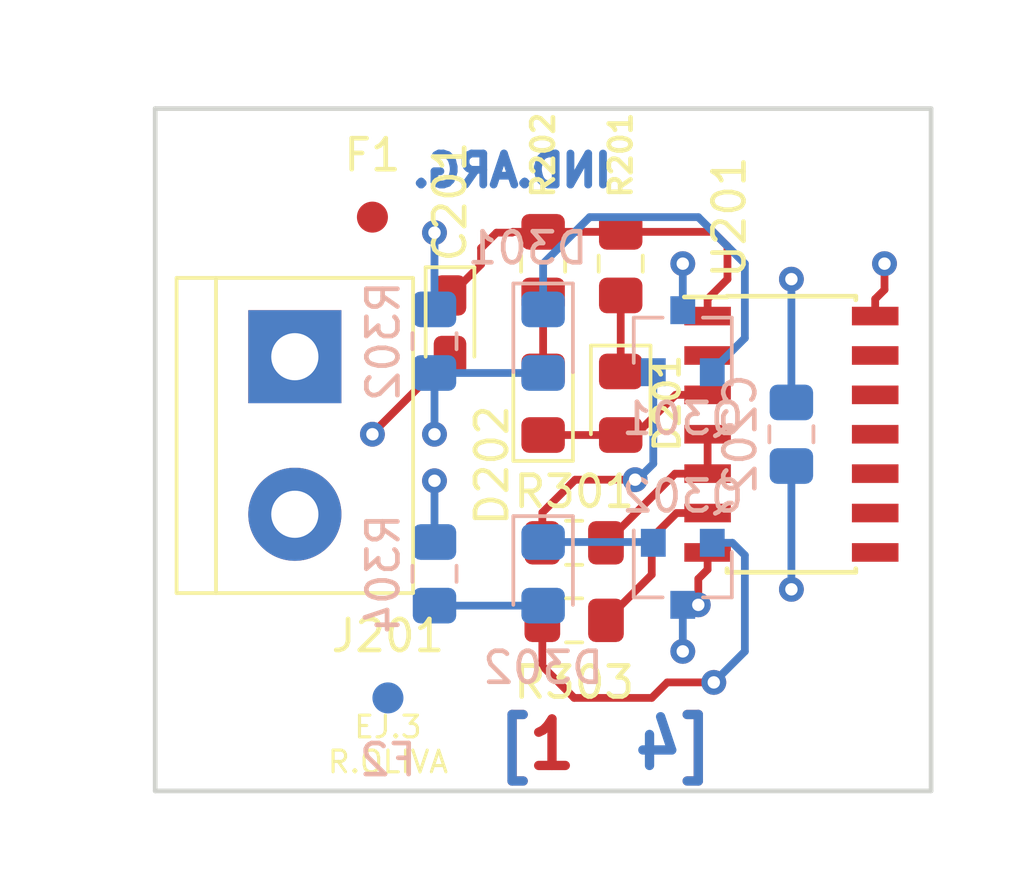
<source format=kicad_pcb>
(kicad_pcb (version 20171130) (host pcbnew "(5.0.0)")

  (general
    (thickness 1.6)
    (drawings 10)
    (tracks 78)
    (zones 0)
    (modules 22)
    (nets 15)
  )

  (page A4)
  (title_block
    (title "Ejercicio 3 (2conSMD) R.Oliva -DisenioPCBs - CESE2018")
    (date 2018-10-05)
    (company UNPA/L&RIng.)
  )

  (layers
    (0 F.Cu signal)
    (1 In1.Cu.GND power)
    (2 In2.Cu.VCC power)
    (31 B.Cu signal)
    (32 B.Adhes user hide)
    (33 F.Adhes user hide)
    (34 B.Paste user hide)
    (35 F.Paste user hide)
    (36 B.SilkS user)
    (37 F.SilkS user)
    (38 B.Mask user hide)
    (39 F.Mask user)
    (40 Dwgs.User user)
    (41 Cmts.User user)
    (42 Eco1.User user)
    (43 Eco2.User user)
    (44 Edge.Cuts user)
    (45 Margin user)
    (46 B.CrtYd user)
    (47 F.CrtYd user)
    (48 B.Fab user hide)
    (49 F.Fab user hide)
  )

  (setup
    (last_trace_width 0.25)
    (user_trace_width 0.5)
    (user_trace_width 0.8)
    (user_trace_width 1)
    (trace_clearance 0.25)
    (zone_clearance 0.508)
    (zone_45_only no)
    (trace_min 0.25)
    (segment_width 0.2)
    (edge_width 0.15)
    (via_size 0.8)
    (via_drill 0.4)
    (via_min_size 0.4)
    (via_min_drill 0.3)
    (user_via 1.4 0.7)
    (uvia_size 0.3)
    (uvia_drill 0.1)
    (uvias_allowed no)
    (uvia_min_size 0.2)
    (uvia_min_drill 0.1)
    (pcb_text_width 0.3)
    (pcb_text_size 1.5 1.5)
    (mod_edge_width 0.15)
    (mod_text_size 1 1)
    (mod_text_width 0.15)
    (pad_size 1.524 1.524)
    (pad_drill 0.762)
    (pad_to_mask_clearance 0.2)
    (aux_axis_origin 197 128.5)
    (visible_elements 7FFFFFFF)
    (pcbplotparams
      (layerselection 0x010fc_ffffffff)
      (usegerberextensions false)
      (usegerberattributes false)
      (usegerberadvancedattributes false)
      (creategerberjobfile false)
      (excludeedgelayer true)
      (linewidth 0.100000)
      (plotframeref false)
      (viasonmask false)
      (mode 1)
      (useauxorigin false)
      (hpglpennumber 1)
      (hpglpenspeed 20)
      (hpglpendiameter 15.000000)
      (psnegative false)
      (psa4output false)
      (plotreference true)
      (plotvalue true)
      (plotinvisibletext false)
      (padsonsilk false)
      (subtractmaskfromsilk false)
      (outputformat 1)
      (mirror false)
      (drillshape 1)
      (scaleselection 1)
      (outputdirectory ""))
  )

  (net 0 "")
  (net 1 "Net-(C201-Pad1)")
  (net 2 GND)
  (net 3 +5V)
  (net 4 "Net-(D201-Pad2)")
  (net 5 "Net-(D201-Pad1)")
  (net 6 "Net-(D202-Pad2)")
  (net 7 "Net-(D301-Pad1)")
  (net 8 "Net-(D301-Pad2)")
  (net 9 "Net-(D302-Pad2)")
  (net 10 "Net-(D302-Pad1)")
  (net 11 "Net-(Q301-Pad2)")
  (net 12 "Net-(Q302-Pad2)")
  (net 13 /Leds/LED1)
  (net 14 /Leds/LED2)

  (net_class Default "Esta es la clase de red por defecto."
    (clearance 0.25)
    (trace_width 0.25)
    (via_dia 0.8)
    (via_drill 0.4)
    (uvia_dia 0.3)
    (uvia_drill 0.1)
    (diff_pair_gap 0.3)
    (diff_pair_width 0.25)
    (add_net +5V)
    (add_net /Leds/LED1)
    (add_net /Leds/LED2)
    (add_net GND)
    (add_net "Net-(C201-Pad1)")
    (add_net "Net-(D201-Pad1)")
    (add_net "Net-(D201-Pad2)")
    (add_net "Net-(D202-Pad2)")
    (add_net "Net-(D301-Pad1)")
    (add_net "Net-(D301-Pad2)")
    (add_net "Net-(D302-Pad1)")
    (add_net "Net-(D302-Pad2)")
    (add_net "Net-(Q301-Pad2)")
    (add_net "Net-(Q302-Pad2)")
  )

  (module Fiducial:Fiducial_1mm_Dia_2mm_Outer (layer F.Cu) (tedit 59FE003E) (tstamp 5BC42375)
    (at 196.5 113)
    (descr "Circular Fiducial, 1mm bare copper top; 2mm keepout (Level A)")
    (tags marker)
    (path /5BB7FF6F)
    (attr virtual)
    (fp_text reference F1 (at 0 -2) (layer F.SilkS)
      (effects (font (size 1 1) (thickness 0.15)))
    )
    (fp_text value FIDUCIAL (at 0 2) (layer F.Fab)
      (effects (font (size 1 1) (thickness 0.15)))
    )
    (fp_circle (center 0 0) (end 1.25 0) (layer F.CrtYd) (width 0.05))
    (fp_text user %R (at 0 0) (layer F.Fab)
      (effects (font (size 0.4 0.4) (thickness 0.06)))
    )
    (fp_circle (center 0 0) (end 1 0) (layer F.Fab) (width 0.1))
    (pad ~ smd circle (at 0 0) (size 1 1) (layers F.Cu F.Mask)
      (solder_mask_margin 0.5) (clearance 0.5))
  )

  (module Fiducial:Fiducial_1mm_Dia_2mm_Outer (layer B.Cu) (tedit 59FE003E) (tstamp 5BC4236D)
    (at 197 128.5)
    (descr "Circular Fiducial, 1mm bare copper top; 2mm keepout (Level A)")
    (tags marker)
    (path /5BB7FFDB)
    (attr virtual)
    (fp_text reference F2 (at 0 2) (layer B.SilkS)
      (effects (font (size 1 1) (thickness 0.15)) (justify mirror))
    )
    (fp_text value FIDUCIAL (at 0 -2) (layer B.Fab)
      (effects (font (size 1 1) (thickness 0.15)) (justify mirror))
    )
    (fp_circle (center 0 0) (end 1 0) (layer B.Fab) (width 0.1))
    (fp_text user %R (at 0 0) (layer B.Fab)
      (effects (font (size 0.4 0.4) (thickness 0.06)) (justify mirror))
    )
    (fp_circle (center 0 0) (end 1.25 0) (layer B.CrtYd) (width 0.05))
    (pad ~ smd circle (at 0 0) (size 1 1) (layers B.Cu B.Mask)
      (solder_mask_margin 0.5) (clearance 0.5))
  )

  (module Capacitor_Tantalum_SMD:CP_EIA-2012-12_Kemet-R_Pad1.30x1.05mm_HandSolder (layer F.Cu) (tedit 5B301BBE) (tstamp 5BC3F611)
    (at 199 116.5 270)
    (descr "Tantalum Capacitor SMD Kemet-R (2012-12 Metric), IPC_7351 nominal, (Body size from: https://www.vishay.com/docs/40182/tmch.pdf), generated with kicad-footprint-generator")
    (tags "capacitor tantalum")
    (path /5BB74EAF/5BB7555F)
    (attr smd)
    (fp_text reference C201 (at -4 0 270) (layer F.SilkS)
      (effects (font (size 1 1) (thickness 0.15)))
    )
    (fp_text value "1 uF 25V" (at 0 1.58 270) (layer F.Fab)
      (effects (font (size 1 1) (thickness 0.15)))
    )
    (fp_line (start 1 -0.625) (end -0.6875 -0.625) (layer F.Fab) (width 0.1))
    (fp_line (start -0.6875 -0.625) (end -1 -0.3125) (layer F.Fab) (width 0.1))
    (fp_line (start -1 -0.3125) (end -1 0.625) (layer F.Fab) (width 0.1))
    (fp_line (start -1 0.625) (end 1 0.625) (layer F.Fab) (width 0.1))
    (fp_line (start 1 0.625) (end 1 -0.625) (layer F.Fab) (width 0.1))
    (fp_line (start 1 -0.785) (end -1.885 -0.785) (layer F.SilkS) (width 0.12))
    (fp_line (start -1.885 -0.785) (end -1.885 0.785) (layer F.SilkS) (width 0.12))
    (fp_line (start -1.885 0.785) (end 1 0.785) (layer F.SilkS) (width 0.12))
    (fp_line (start -1.88 0.88) (end -1.88 -0.88) (layer F.CrtYd) (width 0.05))
    (fp_line (start -1.88 -0.88) (end 1.88 -0.88) (layer F.CrtYd) (width 0.05))
    (fp_line (start 1.88 -0.88) (end 1.88 0.88) (layer F.CrtYd) (width 0.05))
    (fp_line (start 1.88 0.88) (end -1.88 0.88) (layer F.CrtYd) (width 0.05))
    (fp_text user %R (at 0 0 270) (layer F.Fab)
      (effects (font (size 0.5 0.5) (thickness 0.08)))
    )
    (pad 1 smd roundrect (at -0.975 0 270) (size 1.3 1.05) (layers F.Cu F.Paste F.Mask) (roundrect_rratio 0.238095)
      (net 1 "Net-(C201-Pad1)"))
    (pad 2 smd roundrect (at 0.975 0 270) (size 1.3 1.05) (layers F.Cu F.Paste F.Mask) (roundrect_rratio 0.238095)
      (net 2 GND))
    (model ${KISYS3DMOD}/Capacitor_Tantalum_SMD.3dshapes/CP_EIA-2012-12_Kemet-R.wrl
      (at (xyz 0 0 0))
      (scale (xyz 1 1 1))
      (rotate (xyz 0 0 0))
    )
  )

  (module Capacitor_SMD:C_0805_2012Metric_Pad1.15x1.40mm_HandSolder (layer B.Cu) (tedit 5B36C52B) (tstamp 5BC3F622)
    (at 210 120 270)
    (descr "Capacitor SMD 0805 (2012 Metric), square (rectangular) end terminal, IPC_7351 nominal with elongated pad for handsoldering. (Body size source: https://docs.google.com/spreadsheets/d/1BsfQQcO9C6DZCsRaXUlFlo91Tg2WpOkGARC1WS5S8t0/edit?usp=sharing), generated with kicad-footprint-generator")
    (tags "capacitor handsolder")
    (path /5BB74EAF/5BB75610)
    (attr smd)
    (fp_text reference C202 (at 0 1.65 270) (layer B.SilkS)
      (effects (font (size 1 1) (thickness 0.15)) (justify mirror))
    )
    (fp_text value "0.1uF 50V" (at 0 -1.65 270) (layer B.Fab)
      (effects (font (size 1 1) (thickness 0.15)) (justify mirror))
    )
    (fp_line (start -1 -0.6) (end -1 0.6) (layer B.Fab) (width 0.1))
    (fp_line (start -1 0.6) (end 1 0.6) (layer B.Fab) (width 0.1))
    (fp_line (start 1 0.6) (end 1 -0.6) (layer B.Fab) (width 0.1))
    (fp_line (start 1 -0.6) (end -1 -0.6) (layer B.Fab) (width 0.1))
    (fp_line (start -0.261252 0.71) (end 0.261252 0.71) (layer B.SilkS) (width 0.12))
    (fp_line (start -0.261252 -0.71) (end 0.261252 -0.71) (layer B.SilkS) (width 0.12))
    (fp_line (start -1.85 -0.95) (end -1.85 0.95) (layer B.CrtYd) (width 0.05))
    (fp_line (start -1.85 0.95) (end 1.85 0.95) (layer B.CrtYd) (width 0.05))
    (fp_line (start 1.85 0.95) (end 1.85 -0.95) (layer B.CrtYd) (width 0.05))
    (fp_line (start 1.85 -0.95) (end -1.85 -0.95) (layer B.CrtYd) (width 0.05))
    (fp_text user %R (at 0 0 270) (layer B.Fab)
      (effects (font (size 0.5 0.5) (thickness 0.08)) (justify mirror))
    )
    (pad 1 smd roundrect (at -1.025 0 270) (size 1.15 1.4) (layers B.Cu B.Paste B.Mask) (roundrect_rratio 0.217391)
      (net 3 +5V))
    (pad 2 smd roundrect (at 1.025 0 270) (size 1.15 1.4) (layers B.Cu B.Paste B.Mask) (roundrect_rratio 0.217391)
      (net 2 GND))
    (model ${KISYS3DMOD}/Capacitor_SMD.3dshapes/C_0805_2012Metric.wrl
      (at (xyz 0 0 0))
      (scale (xyz 1 1 1))
      (rotate (xyz 0 0 0))
    )
  )

  (module Diode_SMD:D_0805_2012Metric_Pad1.15x1.40mm_HandSolder (layer F.Cu) (tedit 5BB7FA4F) (tstamp 5BC3F635)
    (at 204.5 119 270)
    (descr "Diode SMD 0805 (2012 Metric), square (rectangular) end terminal, IPC_7351 nominal, (Body size source: https://docs.google.com/spreadsheets/d/1BsfQQcO9C6DZCsRaXUlFlo91Tg2WpOkGARC1WS5S8t0/edit?usp=sharing), generated with kicad-footprint-generator")
    (tags "diode handsolder")
    (path /5BB74EAF/5BB756DD)
    (attr smd)
    (fp_text reference D201 (at 0 -1.5 270) (layer F.SilkS)
      (effects (font (size 0.8 0.8) (thickness 0.15)))
    )
    (fp_text value 1N4148 (at 0 1.65 270) (layer F.Fab)
      (effects (font (size 1 1) (thickness 0.15)))
    )
    (fp_text user %R (at 0 0 270) (layer F.Fab)
      (effects (font (size 0.5 0.5) (thickness 0.08)))
    )
    (fp_line (start 1.85 0.95) (end -1.85 0.95) (layer F.CrtYd) (width 0.05))
    (fp_line (start 1.85 -0.95) (end 1.85 0.95) (layer F.CrtYd) (width 0.05))
    (fp_line (start -1.85 -0.95) (end 1.85 -0.95) (layer F.CrtYd) (width 0.05))
    (fp_line (start -1.85 0.95) (end -1.85 -0.95) (layer F.CrtYd) (width 0.05))
    (fp_line (start -1.86 0.96) (end 1 0.96) (layer F.SilkS) (width 0.12))
    (fp_line (start -1.86 -0.96) (end -1.86 0.96) (layer F.SilkS) (width 0.12))
    (fp_line (start 1 -0.96) (end -1.86 -0.96) (layer F.SilkS) (width 0.12))
    (fp_line (start 1 0.6) (end 1 -0.6) (layer F.Fab) (width 0.1))
    (fp_line (start -1 0.6) (end 1 0.6) (layer F.Fab) (width 0.1))
    (fp_line (start -1 -0.3) (end -1 0.6) (layer F.Fab) (width 0.1))
    (fp_line (start -0.7 -0.6) (end -1 -0.3) (layer F.Fab) (width 0.1))
    (fp_line (start 1 -0.6) (end -0.7 -0.6) (layer F.Fab) (width 0.1))
    (pad 2 smd roundrect (at 1.025 0 270) (size 1.15 1.4) (layers F.Cu F.Paste F.Mask) (roundrect_rratio 0.217391)
      (net 4 "Net-(D201-Pad2)"))
    (pad 1 smd roundrect (at -1.025 0 270) (size 1.15 1.4) (layers F.Cu F.Paste F.Mask) (roundrect_rratio 0.217391)
      (net 5 "Net-(D201-Pad1)"))
    (model ${KISYS3DMOD}/Diode_SMD.3dshapes/D_0805_2012Metric.wrl
      (at (xyz 0 0 0))
      (scale (xyz 1 1 1))
      (rotate (xyz 0 0 0))
    )
  )

  (module Diode_SMD:D_0805_2012Metric_Pad1.15x1.40mm_HandSolder (layer F.Cu) (tedit 5B4B45C8) (tstamp 5BC3F648)
    (at 202 119 90)
    (descr "Diode SMD 0805 (2012 Metric), square (rectangular) end terminal, IPC_7351 nominal, (Body size source: https://docs.google.com/spreadsheets/d/1BsfQQcO9C6DZCsRaXUlFlo91Tg2WpOkGARC1WS5S8t0/edit?usp=sharing), generated with kicad-footprint-generator")
    (tags "diode handsolder")
    (path /5BB74EAF/5BB7570F)
    (attr smd)
    (fp_text reference D202 (at -2 -1.65 90) (layer F.SilkS)
      (effects (font (size 1 1) (thickness 0.15)))
    )
    (fp_text value 1N4148 (at 0 1.65 90) (layer F.Fab)
      (effects (font (size 1 1) (thickness 0.15)))
    )
    (fp_line (start 1 -0.6) (end -0.7 -0.6) (layer F.Fab) (width 0.1))
    (fp_line (start -0.7 -0.6) (end -1 -0.3) (layer F.Fab) (width 0.1))
    (fp_line (start -1 -0.3) (end -1 0.6) (layer F.Fab) (width 0.1))
    (fp_line (start -1 0.6) (end 1 0.6) (layer F.Fab) (width 0.1))
    (fp_line (start 1 0.6) (end 1 -0.6) (layer F.Fab) (width 0.1))
    (fp_line (start 1 -0.96) (end -1.86 -0.96) (layer F.SilkS) (width 0.12))
    (fp_line (start -1.86 -0.96) (end -1.86 0.96) (layer F.SilkS) (width 0.12))
    (fp_line (start -1.86 0.96) (end 1 0.96) (layer F.SilkS) (width 0.12))
    (fp_line (start -1.85 0.95) (end -1.85 -0.95) (layer F.CrtYd) (width 0.05))
    (fp_line (start -1.85 -0.95) (end 1.85 -0.95) (layer F.CrtYd) (width 0.05))
    (fp_line (start 1.85 -0.95) (end 1.85 0.95) (layer F.CrtYd) (width 0.05))
    (fp_line (start 1.85 0.95) (end -1.85 0.95) (layer F.CrtYd) (width 0.05))
    (fp_text user %R (at 0 0 90) (layer F.Fab)
      (effects (font (size 0.5 0.5) (thickness 0.08)))
    )
    (pad 1 smd roundrect (at -1.025 0 90) (size 1.15 1.4) (layers F.Cu F.Paste F.Mask) (roundrect_rratio 0.217391)
      (net 4 "Net-(D201-Pad2)"))
    (pad 2 smd roundrect (at 1.025 0 90) (size 1.15 1.4) (layers F.Cu F.Paste F.Mask) (roundrect_rratio 0.217391)
      (net 6 "Net-(D202-Pad2)"))
    (model ${KISYS3DMOD}/Diode_SMD.3dshapes/D_0805_2012Metric.wrl
      (at (xyz 0 0 0))
      (scale (xyz 1 1 1))
      (rotate (xyz 0 0 0))
    )
  )

  (module LED_SMD:LED_0805_2012Metric_Pad1.15x1.40mm_HandSolder (layer B.Cu) (tedit 5B4B45C9) (tstamp 5BC3F65B)
    (at 202 117 270)
    (descr "LED SMD 0805 (2012 Metric), square (rectangular) end terminal, IPC_7351 nominal, (Body size source: https://docs.google.com/spreadsheets/d/1BsfQQcO9C6DZCsRaXUlFlo91Tg2WpOkGARC1WS5S8t0/edit?usp=sharing), generated with kicad-footprint-generator")
    (tags "LED handsolder")
    (path /5BB74F1B/5BB78C29)
    (attr smd)
    (fp_text reference D301 (at -3 0.5) (layer B.SilkS)
      (effects (font (size 1 1) (thickness 0.15)) (justify mirror))
    )
    (fp_text value "LED ROJO" (at 0 -1.65 270) (layer B.Fab)
      (effects (font (size 1 1) (thickness 0.15)) (justify mirror))
    )
    (fp_line (start 1 0.6) (end -0.7 0.6) (layer B.Fab) (width 0.1))
    (fp_line (start -0.7 0.6) (end -1 0.3) (layer B.Fab) (width 0.1))
    (fp_line (start -1 0.3) (end -1 -0.6) (layer B.Fab) (width 0.1))
    (fp_line (start -1 -0.6) (end 1 -0.6) (layer B.Fab) (width 0.1))
    (fp_line (start 1 -0.6) (end 1 0.6) (layer B.Fab) (width 0.1))
    (fp_line (start 1 0.96) (end -1.86 0.96) (layer B.SilkS) (width 0.12))
    (fp_line (start -1.86 0.96) (end -1.86 -0.96) (layer B.SilkS) (width 0.12))
    (fp_line (start -1.86 -0.96) (end 1 -0.96) (layer B.SilkS) (width 0.12))
    (fp_line (start -1.85 -0.95) (end -1.85 0.95) (layer B.CrtYd) (width 0.05))
    (fp_line (start -1.85 0.95) (end 1.85 0.95) (layer B.CrtYd) (width 0.05))
    (fp_line (start 1.85 0.95) (end 1.85 -0.95) (layer B.CrtYd) (width 0.05))
    (fp_line (start 1.85 -0.95) (end -1.85 -0.95) (layer B.CrtYd) (width 0.05))
    (fp_text user %R (at 0 0 270) (layer B.Fab)
      (effects (font (size 0.5 0.5) (thickness 0.08)) (justify mirror))
    )
    (pad 1 smd roundrect (at -1.025 0 270) (size 1.15 1.4) (layers B.Cu B.Paste B.Mask) (roundrect_rratio 0.217391)
      (net 7 "Net-(D301-Pad1)"))
    (pad 2 smd roundrect (at 1.025 0 270) (size 1.15 1.4) (layers B.Cu B.Paste B.Mask) (roundrect_rratio 0.217391)
      (net 8 "Net-(D301-Pad2)"))
    (model ${KISYS3DMOD}/LED_SMD.3dshapes/LED_0805_2012Metric.wrl
      (at (xyz 0 0 0))
      (scale (xyz 1 1 1))
      (rotate (xyz 0 0 0))
    )
  )

  (module LED_SMD:LED_0805_2012Metric_Pad1.15x1.40mm_HandSolder (layer B.Cu) (tedit 5B4B45C9) (tstamp 5BC3F66E)
    (at 202 124.5 270)
    (descr "LED SMD 0805 (2012 Metric), square (rectangular) end terminal, IPC_7351 nominal, (Body size source: https://docs.google.com/spreadsheets/d/1BsfQQcO9C6DZCsRaXUlFlo91Tg2WpOkGARC1WS5S8t0/edit?usp=sharing), generated with kicad-footprint-generator")
    (tags "LED handsolder")
    (path /5BB74F1B/5BB79206)
    (attr smd)
    (fp_text reference D302 (at 3.025 0) (layer B.SilkS)
      (effects (font (size 1 1) (thickness 0.15)) (justify mirror))
    )
    (fp_text value "LED VERDE" (at 0 -1.65 270) (layer B.Fab)
      (effects (font (size 1 1) (thickness 0.15)) (justify mirror))
    )
    (fp_text user %R (at 0 0 270) (layer B.Fab)
      (effects (font (size 0.5 0.5) (thickness 0.08)) (justify mirror))
    )
    (fp_line (start 1.85 -0.95) (end -1.85 -0.95) (layer B.CrtYd) (width 0.05))
    (fp_line (start 1.85 0.95) (end 1.85 -0.95) (layer B.CrtYd) (width 0.05))
    (fp_line (start -1.85 0.95) (end 1.85 0.95) (layer B.CrtYd) (width 0.05))
    (fp_line (start -1.85 -0.95) (end -1.85 0.95) (layer B.CrtYd) (width 0.05))
    (fp_line (start -1.86 -0.96) (end 1 -0.96) (layer B.SilkS) (width 0.12))
    (fp_line (start -1.86 0.96) (end -1.86 -0.96) (layer B.SilkS) (width 0.12))
    (fp_line (start 1 0.96) (end -1.86 0.96) (layer B.SilkS) (width 0.12))
    (fp_line (start 1 -0.6) (end 1 0.6) (layer B.Fab) (width 0.1))
    (fp_line (start -1 -0.6) (end 1 -0.6) (layer B.Fab) (width 0.1))
    (fp_line (start -1 0.3) (end -1 -0.6) (layer B.Fab) (width 0.1))
    (fp_line (start -0.7 0.6) (end -1 0.3) (layer B.Fab) (width 0.1))
    (fp_line (start 1 0.6) (end -0.7 0.6) (layer B.Fab) (width 0.1))
    (pad 2 smd roundrect (at 1.025 0 270) (size 1.15 1.4) (layers B.Cu B.Paste B.Mask) (roundrect_rratio 0.217391)
      (net 9 "Net-(D302-Pad2)"))
    (pad 1 smd roundrect (at -1.025 0 270) (size 1.15 1.4) (layers B.Cu B.Paste B.Mask) (roundrect_rratio 0.217391)
      (net 10 "Net-(D302-Pad1)"))
    (model ${KISYS3DMOD}/LED_SMD.3dshapes/LED_0805_2012Metric.wrl
      (at (xyz 0 0 0))
      (scale (xyz 1 1 1))
      (rotate (xyz 0 0 0))
    )
  )

  (module TerminalBlock:TerminalBlock_bornier-2_P5.08mm (layer F.Cu) (tedit 59FF03AB) (tstamp 5BC3F683)
    (at 194 117.5 270)
    (descr "simple 2-pin terminal block, pitch 5.08mm, revamped version of bornier2")
    (tags "terminal block bornier2")
    (path /5BB74EAF/5BB7577B)
    (fp_text reference J201 (at 9 -3) (layer F.SilkS)
      (effects (font (size 1 1) (thickness 0.15)))
    )
    (fp_text value Conn_01x02 (at 2.54 5.08 270) (layer F.Fab)
      (effects (font (size 1 1) (thickness 0.15)))
    )
    (fp_text user %R (at 2.54 0 270) (layer F.Fab)
      (effects (font (size 1 1) (thickness 0.15)))
    )
    (fp_line (start -2.41 2.55) (end 7.49 2.55) (layer F.Fab) (width 0.1))
    (fp_line (start -2.46 -3.75) (end -2.46 3.75) (layer F.Fab) (width 0.1))
    (fp_line (start -2.46 3.75) (end 7.54 3.75) (layer F.Fab) (width 0.1))
    (fp_line (start 7.54 3.75) (end 7.54 -3.75) (layer F.Fab) (width 0.1))
    (fp_line (start 7.54 -3.75) (end -2.46 -3.75) (layer F.Fab) (width 0.1))
    (fp_line (start 7.62 2.54) (end -2.54 2.54) (layer F.SilkS) (width 0.12))
    (fp_line (start 7.62 3.81) (end 7.62 -3.81) (layer F.SilkS) (width 0.12))
    (fp_line (start 7.62 -3.81) (end -2.54 -3.81) (layer F.SilkS) (width 0.12))
    (fp_line (start -2.54 -3.81) (end -2.54 3.81) (layer F.SilkS) (width 0.12))
    (fp_line (start -2.54 3.81) (end 7.62 3.81) (layer F.SilkS) (width 0.12))
    (fp_line (start -2.71 -4) (end 7.79 -4) (layer F.CrtYd) (width 0.05))
    (fp_line (start -2.71 -4) (end -2.71 4) (layer F.CrtYd) (width 0.05))
    (fp_line (start 7.79 4) (end 7.79 -4) (layer F.CrtYd) (width 0.05))
    (fp_line (start 7.79 4) (end -2.71 4) (layer F.CrtYd) (width 0.05))
    (pad 1 thru_hole rect (at 0 0 270) (size 3 3) (drill 1.52) (layers *.Cu *.Mask)
      (net 3 +5V))
    (pad 2 thru_hole circle (at 5.08 0 270) (size 3 3) (drill 1.52) (layers *.Cu *.Mask)
      (net 2 GND))
    (model ${KISYS3DMOD}/TerminalBlock.3dshapes/TerminalBlock_bornier-2_P5.08mm.wrl
      (offset (xyz 2.539999961853027 0 0))
      (scale (xyz 1 1 1))
      (rotate (xyz 0 0 0))
    )
  )

  (module MountingHole:MountingHole_2.2mm_M2 (layer F.Cu) (tedit 5BB9FA5C) (tstamp 5BC3F68B)
    (at 211 112)
    (descr "Mounting Hole 2.2mm, no annular, M2")
    (tags "mounting hole 2.2mm no annular m2")
    (path /5BB7B042)
    (attr virtual)
    (fp_text reference MH101 (at -2.5 -1.5) (layer F.SilkS) hide
      (effects (font (size 1 1) (thickness 0.15)))
    )
    (fp_text value MountingHole (at 0 3.2) (layer F.Fab)
      (effects (font (size 1 1) (thickness 0.15)))
    )
    (fp_circle (center 0 0) (end 2.45 0) (layer F.CrtYd) (width 0.05))
    (fp_circle (center 0 0) (end 2.2 0) (layer Cmts.User) (width 0.15))
    (fp_text user %R (at 0.3 0) (layer F.Fab)
      (effects (font (size 1 1) (thickness 0.15)))
    )
    (pad 1 np_thru_hole circle (at 0 0) (size 2.2 2.2) (drill 2.2) (layers *.Cu *.Mask))
  )

  (module MountingHole:MountingHole_2.2mm_M2 (layer F.Cu) (tedit 5BB7F4E7) (tstamp 5BC3F693)
    (at 212 128)
    (descr "Mounting Hole 2.2mm, no annular, M2")
    (tags "mounting hole 2.2mm no annular m2")
    (path /5BB7B0E5)
    (attr virtual)
    (fp_text reference MH102 (at -4 2.5) (layer F.SilkS) hide
      (effects (font (size 1 1) (thickness 0.15)))
    )
    (fp_text value MountingHole (at 0 3.2) (layer F.Fab)
      (effects (font (size 1 1) (thickness 0.15)))
    )
    (fp_text user %R (at 0.3 0) (layer F.Fab)
      (effects (font (size 1 1) (thickness 0.15)))
    )
    (fp_circle (center 0 0) (end 2.2 0) (layer Cmts.User) (width 0.15))
    (fp_circle (center 0 0) (end 2.45 0) (layer F.CrtYd) (width 0.05))
    (pad 1 np_thru_hole circle (at 0 0) (size 2.2 2.2) (drill 2.2) (layers *.Cu *.Mask))
  )

  (module MountingHole:MountingHole_2.2mm_M2 (layer F.Cu) (tedit 5BB9FAAE) (tstamp 5BC3F69B)
    (at 193 112)
    (descr "Mounting Hole 2.2mm, no annular, M2")
    (tags "mounting hole 2.2mm no annular m2")
    (path /5BB7B07D)
    (attr virtual)
    (fp_text reference MH103 (at -2 2.5) (layer F.SilkS) hide
      (effects (font (size 0.5 0.5) (thickness 0.125)))
    )
    (fp_text value MountingHole (at 0 3.2) (layer F.Fab)
      (effects (font (size 1 1) (thickness 0.15)))
    )
    (fp_text user %R (at 0.3 0) (layer F.Fab)
      (effects (font (size 1 1) (thickness 0.15)))
    )
    (fp_circle (center 0 0) (end 2.2 0) (layer Cmts.User) (width 0.15))
    (fp_circle (center 0 0) (end 2.45 0) (layer F.CrtYd) (width 0.05))
    (pad 1 np_thru_hole circle (at 0 0) (size 2.2 2.2) (drill 2.2) (layers *.Cu *.Mask))
  )

  (module MountingHole:MountingHole_2.2mm_M2 (layer F.Cu) (tedit 5BB7F4EF) (tstamp 5BC3F6A3)
    (at 193 128)
    (descr "Mounting Hole 2.2mm, no annular, M2")
    (tags "mounting hole 2.2mm no annular m2")
    (path /5BB7B116)
    (attr virtual)
    (fp_text reference MH104 (at 0 -3.2) (layer F.SilkS) hide
      (effects (font (size 1 1) (thickness 0.15)))
    )
    (fp_text value MountingHole (at 0 3.2) (layer F.Fab)
      (effects (font (size 1 1) (thickness 0.15)))
    )
    (fp_circle (center 0 0) (end 2.45 0) (layer F.CrtYd) (width 0.05))
    (fp_circle (center 0 0) (end 2.2 0) (layer Cmts.User) (width 0.15))
    (fp_text user %R (at 0.3 0) (layer F.Fab)
      (effects (font (size 1 1) (thickness 0.15)))
    )
    (pad 1 np_thru_hole circle (at 0 0) (size 2.2 2.2) (drill 2.2) (layers *.Cu *.Mask))
  )

  (module Package_TO_SOT_SMD:SOT-23 (layer B.Cu) (tedit 5A02FF57) (tstamp 5BC3F6B8)
    (at 206.5 117 90)
    (descr "SOT-23, Standard")
    (tags SOT-23)
    (path /5BB74F1B/5BB78DB6)
    (attr smd)
    (fp_text reference Q301 (at -2.5 0 180) (layer B.SilkS)
      (effects (font (size 1 1) (thickness 0.15)) (justify mirror))
    )
    (fp_text value BC546 (at 0 -2.5 90) (layer B.Fab)
      (effects (font (size 1 1) (thickness 0.15)) (justify mirror))
    )
    (fp_line (start 0.76 -1.58) (end -0.7 -1.58) (layer B.SilkS) (width 0.12))
    (fp_line (start 0.76 1.58) (end -1.4 1.58) (layer B.SilkS) (width 0.12))
    (fp_line (start -1.7 -1.75) (end -1.7 1.75) (layer B.CrtYd) (width 0.05))
    (fp_line (start 1.7 -1.75) (end -1.7 -1.75) (layer B.CrtYd) (width 0.05))
    (fp_line (start 1.7 1.75) (end 1.7 -1.75) (layer B.CrtYd) (width 0.05))
    (fp_line (start -1.7 1.75) (end 1.7 1.75) (layer B.CrtYd) (width 0.05))
    (fp_line (start 0.76 1.58) (end 0.76 0.65) (layer B.SilkS) (width 0.12))
    (fp_line (start 0.76 -1.58) (end 0.76 -0.65) (layer B.SilkS) (width 0.12))
    (fp_line (start -0.7 -1.52) (end 0.7 -1.52) (layer B.Fab) (width 0.1))
    (fp_line (start 0.7 1.52) (end 0.7 -1.52) (layer B.Fab) (width 0.1))
    (fp_line (start -0.7 0.95) (end -0.15 1.52) (layer B.Fab) (width 0.1))
    (fp_line (start -0.15 1.52) (end 0.7 1.52) (layer B.Fab) (width 0.1))
    (fp_line (start -0.7 0.95) (end -0.7 -1.5) (layer B.Fab) (width 0.1))
    (fp_text user %R (at 0 0) (layer B.Fab)
      (effects (font (size 0.5 0.5) (thickness 0.075)) (justify mirror))
    )
    (pad 3 smd rect (at 1 0 90) (size 0.9 0.8) (layers B.Cu B.Paste B.Mask)
      (net 2 GND))
    (pad 2 smd rect (at -1 -0.95 90) (size 0.9 0.8) (layers B.Cu B.Paste B.Mask)
      (net 11 "Net-(Q301-Pad2)"))
    (pad 1 smd rect (at -1 0.95 90) (size 0.9 0.8) (layers B.Cu B.Paste B.Mask)
      (net 7 "Net-(D301-Pad1)"))
    (model ${KISYS3DMOD}/Package_TO_SOT_SMD.3dshapes/SOT-23.wrl
      (at (xyz 0 0 0))
      (scale (xyz 1 1 1))
      (rotate (xyz 0 0 0))
    )
  )

  (module Package_TO_SOT_SMD:SOT-23 (layer B.Cu) (tedit 5A02FF57) (tstamp 5BC3F6CD)
    (at 206.5 124.5 270)
    (descr "SOT-23, Standard")
    (tags SOT-23)
    (path /5BB74F1B/5BB7920C)
    (attr smd)
    (fp_text reference Q302 (at -2.5 0) (layer B.SilkS)
      (effects (font (size 1 1) (thickness 0.15)) (justify mirror))
    )
    (fp_text value BC546 (at 0 -2.5 270) (layer B.Fab)
      (effects (font (size 1 1) (thickness 0.15)) (justify mirror))
    )
    (fp_text user %R (at 0 0 180) (layer B.Fab)
      (effects (font (size 0.5 0.5) (thickness 0.075)) (justify mirror))
    )
    (fp_line (start -0.7 0.95) (end -0.7 -1.5) (layer B.Fab) (width 0.1))
    (fp_line (start -0.15 1.52) (end 0.7 1.52) (layer B.Fab) (width 0.1))
    (fp_line (start -0.7 0.95) (end -0.15 1.52) (layer B.Fab) (width 0.1))
    (fp_line (start 0.7 1.52) (end 0.7 -1.52) (layer B.Fab) (width 0.1))
    (fp_line (start -0.7 -1.52) (end 0.7 -1.52) (layer B.Fab) (width 0.1))
    (fp_line (start 0.76 -1.58) (end 0.76 -0.65) (layer B.SilkS) (width 0.12))
    (fp_line (start 0.76 1.58) (end 0.76 0.65) (layer B.SilkS) (width 0.12))
    (fp_line (start -1.7 1.75) (end 1.7 1.75) (layer B.CrtYd) (width 0.05))
    (fp_line (start 1.7 1.75) (end 1.7 -1.75) (layer B.CrtYd) (width 0.05))
    (fp_line (start 1.7 -1.75) (end -1.7 -1.75) (layer B.CrtYd) (width 0.05))
    (fp_line (start -1.7 -1.75) (end -1.7 1.75) (layer B.CrtYd) (width 0.05))
    (fp_line (start 0.76 1.58) (end -1.4 1.58) (layer B.SilkS) (width 0.12))
    (fp_line (start 0.76 -1.58) (end -0.7 -1.58) (layer B.SilkS) (width 0.12))
    (pad 1 smd rect (at -1 0.95 270) (size 0.9 0.8) (layers B.Cu B.Paste B.Mask)
      (net 10 "Net-(D302-Pad1)"))
    (pad 2 smd rect (at -1 -0.95 270) (size 0.9 0.8) (layers B.Cu B.Paste B.Mask)
      (net 12 "Net-(Q302-Pad2)"))
    (pad 3 smd rect (at 1 0 270) (size 0.9 0.8) (layers B.Cu B.Paste B.Mask)
      (net 2 GND))
    (model ${KISYS3DMOD}/Package_TO_SOT_SMD.3dshapes/SOT-23.wrl
      (at (xyz 0 0 0))
      (scale (xyz 1 1 1))
      (rotate (xyz 0 0 0))
    )
  )

  (module Resistor_SMD:R_0805_2012Metric_Pad1.15x1.40mm_HandSolder (layer F.Cu) (tedit 5BB9FA31) (tstamp 5BC3F6DE)
    (at 204.5 114.5 90)
    (descr "Resistor SMD 0805 (2012 Metric), square (rectangular) end terminal, IPC_7351 nominal with elongated pad for handsoldering. (Body size source: https://docs.google.com/spreadsheets/d/1BsfQQcO9C6DZCsRaXUlFlo91Tg2WpOkGARC1WS5S8t0/edit?usp=sharing), generated with kicad-footprint-generator")
    (tags "resistor handsolder")
    (path /5BB74EAF/5BB75694)
    (attr smd)
    (fp_text reference R201 (at 3.5 0 90) (layer F.SilkS)
      (effects (font (size 0.7 0.7) (thickness 0.15)))
    )
    (fp_text value 100K (at 0 1.65 90) (layer F.Fab)
      (effects (font (size 1 1) (thickness 0.15)))
    )
    (fp_line (start -1 0.6) (end -1 -0.6) (layer F.Fab) (width 0.1))
    (fp_line (start -1 -0.6) (end 1 -0.6) (layer F.Fab) (width 0.1))
    (fp_line (start 1 -0.6) (end 1 0.6) (layer F.Fab) (width 0.1))
    (fp_line (start 1 0.6) (end -1 0.6) (layer F.Fab) (width 0.1))
    (fp_line (start -0.261252 -0.71) (end 0.261252 -0.71) (layer F.SilkS) (width 0.12))
    (fp_line (start -0.261252 0.71) (end 0.261252 0.71) (layer F.SilkS) (width 0.12))
    (fp_line (start -1.85 0.95) (end -1.85 -0.95) (layer F.CrtYd) (width 0.05))
    (fp_line (start -1.85 -0.95) (end 1.85 -0.95) (layer F.CrtYd) (width 0.05))
    (fp_line (start 1.85 -0.95) (end 1.85 0.95) (layer F.CrtYd) (width 0.05))
    (fp_line (start 1.85 0.95) (end -1.85 0.95) (layer F.CrtYd) (width 0.05))
    (fp_text user %R (at 0 0 90) (layer F.Fab)
      (effects (font (size 0.5 0.5) (thickness 0.08)))
    )
    (pad 1 smd roundrect (at -1.025 0 90) (size 1.15 1.4) (layers F.Cu F.Paste F.Mask) (roundrect_rratio 0.217391)
      (net 5 "Net-(D201-Pad1)"))
    (pad 2 smd roundrect (at 1.025 0 90) (size 1.15 1.4) (layers F.Cu F.Paste F.Mask) (roundrect_rratio 0.217391)
      (net 1 "Net-(C201-Pad1)"))
    (model ${KISYS3DMOD}/Resistor_SMD.3dshapes/R_0805_2012Metric.wrl
      (at (xyz 0 0 0))
      (scale (xyz 1 1 1))
      (rotate (xyz 0 0 0))
    )
  )

  (module Resistor_SMD:R_0805_2012Metric_Pad1.15x1.40mm_HandSolder (layer F.Cu) (tedit 5BB9FA42) (tstamp 5BC3F6EF)
    (at 202 114.5 90)
    (descr "Resistor SMD 0805 (2012 Metric), square (rectangular) end terminal, IPC_7351 nominal with elongated pad for handsoldering. (Body size source: https://docs.google.com/spreadsheets/d/1BsfQQcO9C6DZCsRaXUlFlo91Tg2WpOkGARC1WS5S8t0/edit?usp=sharing), generated with kicad-footprint-generator")
    (tags "resistor handsolder")
    (path /5BB74EAF/5BB75670)
    (attr smd)
    (fp_text reference R202 (at 3.5 0 90) (layer F.SilkS)
      (effects (font (size 0.7 0.7) (thickness 0.15)))
    )
    (fp_text value 180K (at 0 1.65 90) (layer F.Fab)
      (effects (font (size 1 1) (thickness 0.15)))
    )
    (fp_text user %R (at 0 0 90) (layer F.Fab)
      (effects (font (size 0.5 0.5) (thickness 0.08)))
    )
    (fp_line (start 1.85 0.95) (end -1.85 0.95) (layer F.CrtYd) (width 0.05))
    (fp_line (start 1.85 -0.95) (end 1.85 0.95) (layer F.CrtYd) (width 0.05))
    (fp_line (start -1.85 -0.95) (end 1.85 -0.95) (layer F.CrtYd) (width 0.05))
    (fp_line (start -1.85 0.95) (end -1.85 -0.95) (layer F.CrtYd) (width 0.05))
    (fp_line (start -0.261252 0.71) (end 0.261252 0.71) (layer F.SilkS) (width 0.12))
    (fp_line (start -0.261252 -0.71) (end 0.261252 -0.71) (layer F.SilkS) (width 0.12))
    (fp_line (start 1 0.6) (end -1 0.6) (layer F.Fab) (width 0.1))
    (fp_line (start 1 -0.6) (end 1 0.6) (layer F.Fab) (width 0.1))
    (fp_line (start -1 -0.6) (end 1 -0.6) (layer F.Fab) (width 0.1))
    (fp_line (start -1 0.6) (end -1 -0.6) (layer F.Fab) (width 0.1))
    (pad 2 smd roundrect (at 1.025 0 90) (size 1.15 1.4) (layers F.Cu F.Paste F.Mask) (roundrect_rratio 0.217391)
      (net 1 "Net-(C201-Pad1)"))
    (pad 1 smd roundrect (at -1.025 0 90) (size 1.15 1.4) (layers F.Cu F.Paste F.Mask) (roundrect_rratio 0.217391)
      (net 6 "Net-(D202-Pad2)"))
    (model ${KISYS3DMOD}/Resistor_SMD.3dshapes/R_0805_2012Metric.wrl
      (at (xyz 0 0 0))
      (scale (xyz 1 1 1))
      (rotate (xyz 0 0 0))
    )
  )

  (module Resistor_SMD:R_0805_2012Metric_Pad1.15x1.40mm_HandSolder (layer F.Cu) (tedit 5B36C52B) (tstamp 5BC3F700)
    (at 203 123.5)
    (descr "Resistor SMD 0805 (2012 Metric), square (rectangular) end terminal, IPC_7351 nominal with elongated pad for handsoldering. (Body size source: https://docs.google.com/spreadsheets/d/1BsfQQcO9C6DZCsRaXUlFlo91Tg2WpOkGARC1WS5S8t0/edit?usp=sharing), generated with kicad-footprint-generator")
    (tags "resistor handsolder")
    (path /5BB74F1B/5BB78A93)
    (attr smd)
    (fp_text reference R301 (at 0 -1.65) (layer F.SilkS)
      (effects (font (size 1 1) (thickness 0.15)))
    )
    (fp_text value 2K2 (at 0 1.65) (layer F.Fab)
      (effects (font (size 1 1) (thickness 0.15)))
    )
    (fp_line (start -1 0.6) (end -1 -0.6) (layer F.Fab) (width 0.1))
    (fp_line (start -1 -0.6) (end 1 -0.6) (layer F.Fab) (width 0.1))
    (fp_line (start 1 -0.6) (end 1 0.6) (layer F.Fab) (width 0.1))
    (fp_line (start 1 0.6) (end -1 0.6) (layer F.Fab) (width 0.1))
    (fp_line (start -0.261252 -0.71) (end 0.261252 -0.71) (layer F.SilkS) (width 0.12))
    (fp_line (start -0.261252 0.71) (end 0.261252 0.71) (layer F.SilkS) (width 0.12))
    (fp_line (start -1.85 0.95) (end -1.85 -0.95) (layer F.CrtYd) (width 0.05))
    (fp_line (start -1.85 -0.95) (end 1.85 -0.95) (layer F.CrtYd) (width 0.05))
    (fp_line (start 1.85 -0.95) (end 1.85 0.95) (layer F.CrtYd) (width 0.05))
    (fp_line (start 1.85 0.95) (end -1.85 0.95) (layer F.CrtYd) (width 0.05))
    (fp_text user %R (at 0 0) (layer F.Fab)
      (effects (font (size 0.5 0.5) (thickness 0.08)))
    )
    (pad 1 smd roundrect (at -1.025 0) (size 1.15 1.4) (layers F.Cu F.Paste F.Mask) (roundrect_rratio 0.217391)
      (net 11 "Net-(Q301-Pad2)"))
    (pad 2 smd roundrect (at 1.025 0) (size 1.15 1.4) (layers F.Cu F.Paste F.Mask) (roundrect_rratio 0.217391)
      (net 13 /Leds/LED1))
    (model ${KISYS3DMOD}/Resistor_SMD.3dshapes/R_0805_2012Metric.wrl
      (at (xyz 0 0 0))
      (scale (xyz 1 1 1))
      (rotate (xyz 0 0 0))
    )
  )

  (module Resistor_SMD:R_0805_2012Metric_Pad1.15x1.40mm_HandSolder (layer B.Cu) (tedit 5B36C52B) (tstamp 5BC3F711)
    (at 198.5 117 270)
    (descr "Resistor SMD 0805 (2012 Metric), square (rectangular) end terminal, IPC_7351 nominal with elongated pad for handsoldering. (Body size source: https://docs.google.com/spreadsheets/d/1BsfQQcO9C6DZCsRaXUlFlo91Tg2WpOkGARC1WS5S8t0/edit?usp=sharing), generated with kicad-footprint-generator")
    (tags "resistor handsolder")
    (path /5BB74F1B/5BB78A8C)
    (attr smd)
    (fp_text reference R302 (at 0 1.65 270) (layer B.SilkS)
      (effects (font (size 1 1) (thickness 0.15)) (justify mirror))
    )
    (fp_text value 470R (at 0 -1.65 270) (layer B.Fab)
      (effects (font (size 1 1) (thickness 0.15)) (justify mirror))
    )
    (fp_text user %R (at 0 0 270) (layer B.Fab)
      (effects (font (size 0.5 0.5) (thickness 0.08)) (justify mirror))
    )
    (fp_line (start 1.85 -0.95) (end -1.85 -0.95) (layer B.CrtYd) (width 0.05))
    (fp_line (start 1.85 0.95) (end 1.85 -0.95) (layer B.CrtYd) (width 0.05))
    (fp_line (start -1.85 0.95) (end 1.85 0.95) (layer B.CrtYd) (width 0.05))
    (fp_line (start -1.85 -0.95) (end -1.85 0.95) (layer B.CrtYd) (width 0.05))
    (fp_line (start -0.261252 -0.71) (end 0.261252 -0.71) (layer B.SilkS) (width 0.12))
    (fp_line (start -0.261252 0.71) (end 0.261252 0.71) (layer B.SilkS) (width 0.12))
    (fp_line (start 1 -0.6) (end -1 -0.6) (layer B.Fab) (width 0.1))
    (fp_line (start 1 0.6) (end 1 -0.6) (layer B.Fab) (width 0.1))
    (fp_line (start -1 0.6) (end 1 0.6) (layer B.Fab) (width 0.1))
    (fp_line (start -1 -0.6) (end -1 0.6) (layer B.Fab) (width 0.1))
    (pad 2 smd roundrect (at 1.025 0 270) (size 1.15 1.4) (layers B.Cu B.Paste B.Mask) (roundrect_rratio 0.217391)
      (net 8 "Net-(D301-Pad2)"))
    (pad 1 smd roundrect (at -1.025 0 270) (size 1.15 1.4) (layers B.Cu B.Paste B.Mask) (roundrect_rratio 0.217391)
      (net 3 +5V))
    (model ${KISYS3DMOD}/Resistor_SMD.3dshapes/R_0805_2012Metric.wrl
      (at (xyz 0 0 0))
      (scale (xyz 1 1 1))
      (rotate (xyz 0 0 0))
    )
  )

  (module Resistor_SMD:R_0805_2012Metric_Pad1.15x1.40mm_HandSolder (layer F.Cu) (tedit 5B36C52B) (tstamp 5BC3F722)
    (at 203 126)
    (descr "Resistor SMD 0805 (2012 Metric), square (rectangular) end terminal, IPC_7351 nominal with elongated pad for handsoldering. (Body size source: https://docs.google.com/spreadsheets/d/1BsfQQcO9C6DZCsRaXUlFlo91Tg2WpOkGARC1WS5S8t0/edit?usp=sharing), generated with kicad-footprint-generator")
    (tags "resistor handsolder")
    (path /5BB74F1B/5BB791FE)
    (attr smd)
    (fp_text reference R303 (at 0 2 180) (layer F.SilkS)
      (effects (font (size 1 1) (thickness 0.15)))
    )
    (fp_text value 2K2 (at 0 1.65) (layer F.Fab)
      (effects (font (size 1 1) (thickness 0.15)))
    )
    (fp_line (start -1 0.6) (end -1 -0.6) (layer F.Fab) (width 0.1))
    (fp_line (start -1 -0.6) (end 1 -0.6) (layer F.Fab) (width 0.1))
    (fp_line (start 1 -0.6) (end 1 0.6) (layer F.Fab) (width 0.1))
    (fp_line (start 1 0.6) (end -1 0.6) (layer F.Fab) (width 0.1))
    (fp_line (start -0.261252 -0.71) (end 0.261252 -0.71) (layer F.SilkS) (width 0.12))
    (fp_line (start -0.261252 0.71) (end 0.261252 0.71) (layer F.SilkS) (width 0.12))
    (fp_line (start -1.85 0.95) (end -1.85 -0.95) (layer F.CrtYd) (width 0.05))
    (fp_line (start -1.85 -0.95) (end 1.85 -0.95) (layer F.CrtYd) (width 0.05))
    (fp_line (start 1.85 -0.95) (end 1.85 0.95) (layer F.CrtYd) (width 0.05))
    (fp_line (start 1.85 0.95) (end -1.85 0.95) (layer F.CrtYd) (width 0.05))
    (fp_text user %R (at 0 0) (layer F.Fab)
      (effects (font (size 0.5 0.5) (thickness 0.08)))
    )
    (pad 1 smd roundrect (at -1.025 0) (size 1.15 1.4) (layers F.Cu F.Paste F.Mask) (roundrect_rratio 0.217391)
      (net 12 "Net-(Q302-Pad2)"))
    (pad 2 smd roundrect (at 1.025 0) (size 1.15 1.4) (layers F.Cu F.Paste F.Mask) (roundrect_rratio 0.217391)
      (net 14 /Leds/LED2))
    (model ${KISYS3DMOD}/Resistor_SMD.3dshapes/R_0805_2012Metric.wrl
      (at (xyz 0 0 0))
      (scale (xyz 1 1 1))
      (rotate (xyz 0 0 0))
    )
  )

  (module Resistor_SMD:R_0805_2012Metric_Pad1.15x1.40mm_HandSolder (layer B.Cu) (tedit 5B36C52B) (tstamp 5BC3F733)
    (at 198.5 124.5 270)
    (descr "Resistor SMD 0805 (2012 Metric), square (rectangular) end terminal, IPC_7351 nominal with elongated pad for handsoldering. (Body size source: https://docs.google.com/spreadsheets/d/1BsfQQcO9C6DZCsRaXUlFlo91Tg2WpOkGARC1WS5S8t0/edit?usp=sharing), generated with kicad-footprint-generator")
    (tags "resistor handsolder")
    (path /5BB74F1B/5BB791F8)
    (attr smd)
    (fp_text reference R304 (at 0 1.65 270) (layer B.SilkS)
      (effects (font (size 1 1) (thickness 0.15)) (justify mirror))
    )
    (fp_text value 470R (at 0 -1.65 270) (layer B.Fab)
      (effects (font (size 1 1) (thickness 0.15)) (justify mirror))
    )
    (fp_text user %R (at 0 0 270) (layer B.Fab)
      (effects (font (size 0.5 0.5) (thickness 0.08)) (justify mirror))
    )
    (fp_line (start 1.85 -0.95) (end -1.85 -0.95) (layer B.CrtYd) (width 0.05))
    (fp_line (start 1.85 0.95) (end 1.85 -0.95) (layer B.CrtYd) (width 0.05))
    (fp_line (start -1.85 0.95) (end 1.85 0.95) (layer B.CrtYd) (width 0.05))
    (fp_line (start -1.85 -0.95) (end -1.85 0.95) (layer B.CrtYd) (width 0.05))
    (fp_line (start -0.261252 -0.71) (end 0.261252 -0.71) (layer B.SilkS) (width 0.12))
    (fp_line (start -0.261252 0.71) (end 0.261252 0.71) (layer B.SilkS) (width 0.12))
    (fp_line (start 1 -0.6) (end -1 -0.6) (layer B.Fab) (width 0.1))
    (fp_line (start 1 0.6) (end 1 -0.6) (layer B.Fab) (width 0.1))
    (fp_line (start -1 0.6) (end 1 0.6) (layer B.Fab) (width 0.1))
    (fp_line (start -1 -0.6) (end -1 0.6) (layer B.Fab) (width 0.1))
    (pad 2 smd roundrect (at 1.025 0 270) (size 1.15 1.4) (layers B.Cu B.Paste B.Mask) (roundrect_rratio 0.217391)
      (net 9 "Net-(D302-Pad2)"))
    (pad 1 smd roundrect (at -1.025 0 270) (size 1.15 1.4) (layers B.Cu B.Paste B.Mask) (roundrect_rratio 0.217391)
      (net 3 +5V))
    (model ${KISYS3DMOD}/Resistor_SMD.3dshapes/R_0805_2012Metric.wrl
      (at (xyz 0 0 0))
      (scale (xyz 1 1 1))
      (rotate (xyz 0 0 0))
    )
  )

  (module Package_SO:SOIC-14_3.9x8.7mm_P1.27mm (layer F.Cu) (tedit 5A02F2D3) (tstamp 5BC3F756)
    (at 210 120)
    (descr "14-Lead Plastic Small Outline (SL) - Narrow, 3.90 mm Body [SOIC] (see Microchip Packaging Specification 00000049BS.pdf)")
    (tags "SOIC 1.27")
    (path /5BB74EAF/5BB75310)
    (attr smd)
    (fp_text reference U201 (at -2 -7 90) (layer F.SilkS)
      (effects (font (size 1 1) (thickness 0.15)))
    )
    (fp_text value 40106 (at -3 5.375) (layer F.Fab)
      (effects (font (size 1 1) (thickness 0.15)))
    )
    (fp_text user %R (at 0 0) (layer F.Fab)
      (effects (font (size 0.9 0.9) (thickness 0.135)))
    )
    (fp_line (start -0.95 -4.35) (end 1.95 -4.35) (layer F.Fab) (width 0.15))
    (fp_line (start 1.95 -4.35) (end 1.95 4.35) (layer F.Fab) (width 0.15))
    (fp_line (start 1.95 4.35) (end -1.95 4.35) (layer F.Fab) (width 0.15))
    (fp_line (start -1.95 4.35) (end -1.95 -3.35) (layer F.Fab) (width 0.15))
    (fp_line (start -1.95 -3.35) (end -0.95 -4.35) (layer F.Fab) (width 0.15))
    (fp_line (start -3.7 -4.65) (end -3.7 4.65) (layer F.CrtYd) (width 0.05))
    (fp_line (start 3.7 -4.65) (end 3.7 4.65) (layer F.CrtYd) (width 0.05))
    (fp_line (start -3.7 -4.65) (end 3.7 -4.65) (layer F.CrtYd) (width 0.05))
    (fp_line (start -3.7 4.65) (end 3.7 4.65) (layer F.CrtYd) (width 0.05))
    (fp_line (start -2.075 -4.45) (end -2.075 -4.425) (layer F.SilkS) (width 0.15))
    (fp_line (start 2.075 -4.45) (end 2.075 -4.335) (layer F.SilkS) (width 0.15))
    (fp_line (start 2.075 4.45) (end 2.075 4.335) (layer F.SilkS) (width 0.15))
    (fp_line (start -2.075 4.45) (end -2.075 4.335) (layer F.SilkS) (width 0.15))
    (fp_line (start -2.075 -4.45) (end 2.075 -4.45) (layer F.SilkS) (width 0.15))
    (fp_line (start -2.075 4.45) (end 2.075 4.45) (layer F.SilkS) (width 0.15))
    (fp_line (start -2.075 -4.425) (end -3.45 -4.425) (layer F.SilkS) (width 0.15))
    (pad 1 smd rect (at -2.7 -3.81) (size 1.5 0.6) (layers F.Cu F.Paste F.Mask)
      (net 1 "Net-(C201-Pad1)"))
    (pad 2 smd rect (at -2.7 -2.54) (size 1.5 0.6) (layers F.Cu F.Paste F.Mask)
      (net 4 "Net-(D201-Pad2)"))
    (pad 3 smd rect (at -2.7 -1.27) (size 1.5 0.6) (layers F.Cu F.Paste F.Mask)
      (net 4 "Net-(D201-Pad2)"))
    (pad 4 smd rect (at -2.7 0) (size 1.5 0.6) (layers F.Cu F.Paste F.Mask)
      (net 13 /Leds/LED1))
    (pad 5 smd rect (at -2.7 1.27) (size 1.5 0.6) (layers F.Cu F.Paste F.Mask)
      (net 13 /Leds/LED1))
    (pad 6 smd rect (at -2.7 2.54) (size 1.5 0.6) (layers F.Cu F.Paste F.Mask)
      (net 14 /Leds/LED2))
    (pad 7 smd rect (at -2.7 3.81) (size 1.5 0.6) (layers F.Cu F.Paste F.Mask)
      (net 2 GND))
    (pad 8 smd rect (at 2.7 3.81) (size 1.5 0.6) (layers F.Cu F.Paste F.Mask))
    (pad 9 smd rect (at 2.7 2.54) (size 1.5 0.6) (layers F.Cu F.Paste F.Mask))
    (pad 10 smd rect (at 2.7 1.27) (size 1.5 0.6) (layers F.Cu F.Paste F.Mask))
    (pad 11 smd rect (at 2.7 0) (size 1.5 0.6) (layers F.Cu F.Paste F.Mask))
    (pad 12 smd rect (at 2.7 -1.27) (size 1.5 0.6) (layers F.Cu F.Paste F.Mask))
    (pad 13 smd rect (at 2.7 -2.54) (size 1.5 0.6) (layers F.Cu F.Paste F.Mask))
    (pad 14 smd rect (at 2.7 -3.81) (size 1.5 0.6) (layers F.Cu F.Paste F.Mask)
      (net 3 +5V))
    (model ${KISYS3DMOD}/Package_SO.3dshapes/SOIC-14_3.9x8.7mm_P1.27mm.wrl
      (at (xyz 0 0 0))
      (scale (xyz 1 1 1))
      (rotate (xyz 0 0 0))
    )
  )

  (gr_text "EJ.3\nR.OLIVA\n" (at 197 130) (layer F.SilkS)
    (effects (font (size 0.7 0.7) (thickness 0.1)))
  )
  (gr_text "[4   ]\n" (at 204 130) (layer B.Cu) (tstamp 5BC42464)
    (effects (font (size 1.5 1.5) (thickness 0.3)) (justify mirror))
  )
  (gr_text "[1   ]\n" (at 204 130) (layer F.Cu)
    (effects (font (size 1.5 1.5) (thickness 0.3)))
  )
  (gr_text "[  3 ]" (at 204 130) (layer In2.Cu.VCC)
    (effects (font (size 1.5 1.5) (thickness 0.3)))
  )
  (gr_text "[ 2  ]" (at 204 130) (layer In1.Cu.GND)
    (effects (font (size 1.5 1.5) (thickness 0.3)))
  )
  (gr_text IND.ARG. (at 201 111.5) (layer B.Cu)
    (effects (font (size 1 1) (thickness 0.25)) (justify mirror))
  )
  (gr_line (start 189.5 131.5) (end 189.5 109.5) (layer Edge.Cuts) (width 0.15))
  (gr_line (start 214.5 109.5) (end 189.5 109.5) (layer Edge.Cuts) (width 0.15))
  (gr_line (start 214.5 131.5) (end 214.5 109.5) (layer Edge.Cuts) (width 0.15))
  (gr_line (start 189.5 131.5) (end 214.5 131.5) (layer Edge.Cuts) (width 0.15))

  (segment (start 207.3 115.64) (end 207.94 115) (width 0.25) (layer F.Cu) (net 1))
  (segment (start 207.3 116.19) (end 207.3 115.64) (width 0.25) (layer F.Cu) (net 1))
  (segment (start 207.94 115) (end 207.94 113.94) (width 0.25) (layer F.Cu) (net 1))
  (segment (start 207.475 113.475) (end 204.5 113.475) (width 0.25) (layer F.Cu) (net 1))
  (segment (start 207.94 113.94) (end 207.475 113.475) (width 0.25) (layer F.Cu) (net 1))
  (segment (start 204.5 113.475) (end 202 113.475) (width 0.25) (layer F.Cu) (net 1))
  (segment (start 202 113.475) (end 201.025 113.475) (width 0.25) (layer F.Cu) (net 1))
  (segment (start 201.025 113.475) (end 201 113.5) (width 0.25) (layer F.Cu) (net 1))
  (segment (start 201 113.5) (end 200.5 113.5) (width 0.25) (layer F.Cu) (net 1))
  (segment (start 200.5 113.5) (end 200 114) (width 0.25) (layer F.Cu) (net 1))
  (segment (start 200 114.525) (end 199 115.525) (width 0.25) (layer F.Cu) (net 1))
  (segment (start 200 114) (end 200 114.525) (width 0.25) (layer F.Cu) (net 1))
  (segment (start 210 121.025) (end 210 125) (width 0.25) (layer B.Cu) (net 2))
  (via (at 210 125) (size 0.8) (drill 0.4) (layers F.Cu B.Cu) (net 2))
  (segment (start 206.5 125.5) (end 206.5 127) (width 0.25) (layer B.Cu) (net 2))
  (via (at 206.5 127) (size 0.8) (drill 0.4) (layers F.Cu B.Cu) (net 2))
  (segment (start 206.5 116) (end 206.5 114.5) (width 0.25) (layer B.Cu) (net 2))
  (via (at 206.5 114.5) (size 0.8) (drill 0.4) (layers F.Cu B.Cu) (net 2))
  (segment (start 207.3 124.36) (end 207 124.66) (width 0.25) (layer F.Cu) (net 2))
  (segment (start 207.3 123.81) (end 207.3 124.36) (width 0.25) (layer F.Cu) (net 2))
  (via (at 207 125.5) (size 0.8) (drill 0.4) (layers F.Cu B.Cu) (net 2))
  (segment (start 207 124.66) (end 207 125.5) (width 0.25) (layer F.Cu) (net 2))
  (via (at 196.5 120) (size 0.8) (drill 0.4) (layers F.Cu B.Cu) (net 2))
  (segment (start 199 117.475) (end 196.5 119.975) (width 0.25) (layer F.Cu) (net 2))
  (segment (start 196.5 119.975) (end 196.5 120) (width 0.25) (layer F.Cu) (net 2))
  (segment (start 198.5 123.475) (end 198.5 121.5) (width 0.25) (layer B.Cu) (net 3))
  (via (at 198.5 121.5) (size 0.8) (drill 0.4) (layers F.Cu B.Cu) (net 3))
  (segment (start 212.7 115.64) (end 213 115.34) (width 0.25) (layer F.Cu) (net 3))
  (segment (start 212.7 116.19) (end 212.7 115.64) (width 0.25) (layer F.Cu) (net 3))
  (via (at 213 114.5) (size 0.8) (drill 0.4) (layers F.Cu B.Cu) (net 3))
  (segment (start 213 115.34) (end 213 114.5) (width 0.25) (layer F.Cu) (net 3))
  (segment (start 210 118.975) (end 210 115) (width 0.25) (layer B.Cu) (net 3))
  (via (at 210 115) (size 0.8) (drill 0.4) (layers F.Cu B.Cu) (net 3))
  (segment (start 198.5 115.975) (end 198.5 113.5) (width 0.25) (layer B.Cu) (net 3))
  (via (at 198.5 113.5) (size 0.8) (drill 0.4) (layers F.Cu B.Cu) (net 3))
  (segment (start 202 120.025) (end 204.975 120.025) (width 0.25) (layer F.Cu) (net 4))
  (segment (start 206.27 118.73) (end 207.3 118.73) (width 0.25) (layer F.Cu) (net 4))
  (segment (start 204.975 120.025) (end 206.27 118.73) (width 0.25) (layer F.Cu) (net 4))
  (segment (start 207.3 117.46) (end 207.3 118.73) (width 0.25) (layer F.Cu) (net 4))
  (segment (start 204.5 115.525) (end 204.5 117.975) (width 0.25) (layer F.Cu) (net 5))
  (segment (start 202 115.525) (end 202 117.975) (width 0.25) (layer F.Cu) (net 6))
  (segment (start 207.45 117.95) (end 207.45 118) (width 0.25) (layer B.Cu) (net 7))
  (segment (start 202 115.975) (end 202 114.5) (width 0.25) (layer B.Cu) (net 7))
  (segment (start 202 114.5) (end 203.5 113) (width 0.25) (layer B.Cu) (net 7))
  (segment (start 203.5 113) (end 207 113) (width 0.25) (layer B.Cu) (net 7))
  (segment (start 207 113) (end 208.5 114.5) (width 0.25) (layer B.Cu) (net 7))
  (segment (start 208.5 114.5) (end 208.5 116.9) (width 0.25) (layer B.Cu) (net 7))
  (segment (start 208.5 116.9) (end 207.45 117.95) (width 0.25) (layer B.Cu) (net 7))
  (segment (start 198.5 118.025) (end 198.5 120) (width 0.25) (layer B.Cu) (net 8))
  (via (at 198.5 120) (size 0.8) (drill 0.4) (layers F.Cu B.Cu) (net 8))
  (segment (start 198.5 118.025) (end 202 118.025) (width 0.25) (layer B.Cu) (net 8))
  (segment (start 198.5 125.525) (end 202 125.525) (width 0.25) (layer B.Cu) (net 9))
  (segment (start 205.525 123.475) (end 205.55 123.5) (width 0.25) (layer B.Cu) (net 10))
  (segment (start 202 123.475) (end 205.525 123.475) (width 0.25) (layer B.Cu) (net 10))
  (segment (start 205.55 118) (end 205.55 120.95) (width 0.25) (layer B.Cu) (net 11))
  (via (at 204.964492 121.464492) (size 0.8) (drill 0.4) (layers F.Cu B.Cu) (net 11))
  (segment (start 205.55 120.95) (end 205.035508 121.464492) (width 0.25) (layer B.Cu) (net 11))
  (segment (start 205.035508 121.464492) (end 204.964492 121.464492) (width 0.25) (layer B.Cu) (net 11))
  (segment (start 204.964492 121.464492) (end 203.035508 121.464492) (width 0.25) (layer F.Cu) (net 11))
  (segment (start 201.975 122.525) (end 201.975 123.5) (width 0.25) (layer F.Cu) (net 11))
  (segment (start 203.035508 121.464492) (end 201.975 122.525) (width 0.25) (layer F.Cu) (net 11))
  (segment (start 208.1 123.5) (end 208.5 123.9) (width 0.25) (layer B.Cu) (net 12))
  (segment (start 207.45 123.5) (end 208.1 123.5) (width 0.25) (layer B.Cu) (net 12))
  (via (at 207.5 128) (size 0.8) (drill 0.4) (layers F.Cu B.Cu) (net 12))
  (segment (start 208.5 123.9) (end 208.5 127) (width 0.25) (layer B.Cu) (net 12))
  (segment (start 208.5 127) (end 207.5 128) (width 0.25) (layer B.Cu) (net 12))
  (segment (start 201.975 126) (end 201.975 127.475) (width 0.25) (layer F.Cu) (net 12))
  (segment (start 201.975 127.475) (end 203 128.5) (width 0.25) (layer F.Cu) (net 12))
  (segment (start 203 128.5) (end 205.5 128.5) (width 0.25) (layer F.Cu) (net 12))
  (segment (start 205.5 128.5) (end 206 128) (width 0.25) (layer F.Cu) (net 12))
  (segment (start 206 128) (end 207.5 128) (width 0.25) (layer F.Cu) (net 12))
  (segment (start 207.3 120) (end 207.3 121.27) (width 0.25) (layer F.Cu) (net 13))
  (segment (start 206.255 121.27) (end 204.025 123.5) (width 0.25) (layer F.Cu) (net 13))
  (segment (start 207.3 121.27) (end 206.255 121.27) (width 0.25) (layer F.Cu) (net 13))
  (segment (start 206.3 122.54) (end 205.5 123.34) (width 0.25) (layer F.Cu) (net 14))
  (segment (start 207.3 122.54) (end 206.3 122.54) (width 0.25) (layer F.Cu) (net 14))
  (segment (start 205.5 124.525) (end 204.025 126) (width 0.25) (layer F.Cu) (net 14))
  (segment (start 205.5 123.34) (end 205.5 124.525) (width 0.25) (layer F.Cu) (net 14))

  (zone (net 2) (net_name GND) (layer In1.Cu.GND) (tstamp 0) (hatch edge 0.508)
    (connect_pads (clearance 0.508))
    (min_thickness 0.254)
    (fill yes (arc_segments 16) (thermal_gap 0.508) (thermal_bridge_width 0.508))
    (polygon
      (pts
        (xy 216.5 107.5) (xy 216.5 133) (xy 186.5 133) (xy 186.5 107)
      )
    )
    (filled_polygon
      (pts
        (xy 213.790001 113.82629) (xy 213.58628 113.622569) (xy 213.205874 113.465) (xy 212.794126 113.465) (xy 212.41372 113.622569)
        (xy 212.122569 113.91372) (xy 211.965 114.294126) (xy 211.965 114.705874) (xy 212.122569 115.08628) (xy 212.41372 115.377431)
        (xy 212.794126 115.535) (xy 213.205874 115.535) (xy 213.58628 115.377431) (xy 213.790001 115.17371) (xy 213.79 130.79)
        (xy 208.213572 130.79) (xy 208.213572 128.750139) (xy 208.377431 128.58628) (xy 208.535 128.205874) (xy 208.535 127.794126)
        (xy 208.477326 127.654887) (xy 210.265 127.654887) (xy 210.265 128.345113) (xy 210.529138 128.982799) (xy 211.017201 129.470862)
        (xy 211.654887 129.735) (xy 212.345113 129.735) (xy 212.982799 129.470862) (xy 213.470862 128.982799) (xy 213.735 128.345113)
        (xy 213.735 127.654887) (xy 213.470862 127.017201) (xy 212.982799 126.529138) (xy 212.345113 126.265) (xy 211.654887 126.265)
        (xy 211.017201 126.529138) (xy 210.529138 127.017201) (xy 210.265 127.654887) (xy 208.477326 127.654887) (xy 208.377431 127.41372)
        (xy 208.08628 127.122569) (xy 207.705874 126.965) (xy 207.294126 126.965) (xy 206.91372 127.122569) (xy 206.622569 127.41372)
        (xy 206.465 127.794126) (xy 206.465 128.205874) (xy 206.466709 128.21) (xy 199.786429 128.21) (xy 199.786429 130.79)
        (xy 190.21 130.79) (xy 190.21 127.654887) (xy 191.265 127.654887) (xy 191.265 128.345113) (xy 191.529138 128.982799)
        (xy 192.017201 129.470862) (xy 192.654887 129.735) (xy 193.345113 129.735) (xy 193.982799 129.470862) (xy 194.470862 128.982799)
        (xy 194.735 128.345113) (xy 194.735 127.654887) (xy 194.470862 127.017201) (xy 193.982799 126.529138) (xy 193.345113 126.265)
        (xy 192.654887 126.265) (xy 192.017201 126.529138) (xy 191.529138 127.017201) (xy 191.265 127.654887) (xy 190.21 127.654887)
        (xy 190.21 124.09397) (xy 192.665635 124.09397) (xy 192.825418 124.412739) (xy 193.616187 124.722723) (xy 194.465387 124.706497)
        (xy 195.174582 124.412739) (xy 195.334365 124.09397) (xy 194 122.759605) (xy 192.665635 124.09397) (xy 190.21 124.09397)
        (xy 190.21 122.196187) (xy 191.857277 122.196187) (xy 191.873503 123.045387) (xy 192.167261 123.754582) (xy 192.48603 123.914365)
        (xy 193.820395 122.58) (xy 194.179605 122.58) (xy 195.51397 123.914365) (xy 195.832739 123.754582) (xy 196.142723 122.963813)
        (xy 196.126497 122.114613) (xy 195.832739 121.405418) (xy 195.51397 121.245635) (xy 194.179605 122.58) (xy 193.820395 122.58)
        (xy 192.48603 121.245635) (xy 192.167261 121.405418) (xy 191.857277 122.196187) (xy 190.21 122.196187) (xy 190.21 121.06603)
        (xy 192.665635 121.06603) (xy 194 122.400395) (xy 195.334365 121.06603) (xy 195.174582 120.747261) (xy 194.383813 120.437277)
        (xy 193.534613 120.453503) (xy 192.825418 120.747261) (xy 192.665635 121.06603) (xy 190.21 121.06603) (xy 190.21 119.794126)
        (xy 197.465 119.794126) (xy 197.465 120.205874) (xy 197.622569 120.58628) (xy 197.786289 120.75) (xy 197.622569 120.91372)
        (xy 197.465 121.294126) (xy 197.465 121.705874) (xy 197.622569 122.08628) (xy 197.91372 122.377431) (xy 198.294126 122.535)
        (xy 198.705874 122.535) (xy 199.08628 122.377431) (xy 199.377431 122.08628) (xy 199.535 121.705874) (xy 199.535 121.294126)
        (xy 199.520293 121.258618) (xy 203.929492 121.258618) (xy 203.929492 121.670366) (xy 204.087061 122.050772) (xy 204.378212 122.341923)
        (xy 204.758618 122.499492) (xy 205.170366 122.499492) (xy 205.550772 122.341923) (xy 205.841923 122.050772) (xy 205.999492 121.670366)
        (xy 205.999492 121.258618) (xy 205.841923 120.878212) (xy 205.550772 120.587061) (xy 205.170366 120.429492) (xy 204.758618 120.429492)
        (xy 204.378212 120.587061) (xy 204.087061 120.878212) (xy 203.929492 121.258618) (xy 199.520293 121.258618) (xy 199.377431 120.91372)
        (xy 199.213711 120.75) (xy 199.377431 120.58628) (xy 199.535 120.205874) (xy 199.535 119.794126) (xy 199.377431 119.41372)
        (xy 199.08628 119.122569) (xy 198.705874 118.965) (xy 198.294126 118.965) (xy 197.91372 119.122569) (xy 197.622569 119.41372)
        (xy 197.465 119.794126) (xy 190.21 119.794126) (xy 190.21 116) (xy 191.85256 116) (xy 191.85256 119)
        (xy 191.901843 119.247765) (xy 192.042191 119.457809) (xy 192.252235 119.598157) (xy 192.5 119.64744) (xy 195.5 119.64744)
        (xy 195.747765 119.598157) (xy 195.957809 119.457809) (xy 196.098157 119.247765) (xy 196.14744 119) (xy 196.14744 116)
        (xy 196.098157 115.752235) (xy 195.957809 115.542191) (xy 195.747765 115.401843) (xy 195.5 115.35256) (xy 192.5 115.35256)
        (xy 192.252235 115.401843) (xy 192.042191 115.542191) (xy 191.901843 115.752235) (xy 191.85256 116) (xy 190.21 116)
        (xy 190.21 114.794126) (xy 208.965 114.794126) (xy 208.965 115.205874) (xy 209.122569 115.58628) (xy 209.41372 115.877431)
        (xy 209.794126 116.035) (xy 210.205874 116.035) (xy 210.58628 115.877431) (xy 210.877431 115.58628) (xy 211.035 115.205874)
        (xy 211.035 114.794126) (xy 210.877431 114.41372) (xy 210.58628 114.122569) (xy 210.205874 113.965) (xy 209.794126 113.965)
        (xy 209.41372 114.122569) (xy 209.122569 114.41372) (xy 208.965 114.794126) (xy 190.21 114.794126) (xy 190.21 111.654887)
        (xy 191.265 111.654887) (xy 191.265 112.345113) (xy 191.529138 112.982799) (xy 192.017201 113.470862) (xy 192.654887 113.735)
        (xy 193.345113 113.735) (xy 193.982799 113.470862) (xy 194.159535 113.294126) (xy 197.465 113.294126) (xy 197.465 113.705874)
        (xy 197.622569 114.08628) (xy 197.91372 114.377431) (xy 198.294126 114.535) (xy 198.705874 114.535) (xy 199.08628 114.377431)
        (xy 199.377431 114.08628) (xy 199.535 113.705874) (xy 199.535 113.294126) (xy 199.377431 112.91372) (xy 199.08628 112.622569)
        (xy 198.705874 112.465) (xy 198.294126 112.465) (xy 197.91372 112.622569) (xy 197.622569 112.91372) (xy 197.465 113.294126)
        (xy 194.159535 113.294126) (xy 194.470862 112.982799) (xy 194.735 112.345113) (xy 194.735 111.654887) (xy 209.265 111.654887)
        (xy 209.265 112.345113) (xy 209.529138 112.982799) (xy 210.017201 113.470862) (xy 210.654887 113.735) (xy 211.345113 113.735)
        (xy 211.982799 113.470862) (xy 212.470862 112.982799) (xy 212.735 112.345113) (xy 212.735 111.654887) (xy 212.470862 111.017201)
        (xy 211.982799 110.529138) (xy 211.345113 110.265) (xy 210.654887 110.265) (xy 210.017201 110.529138) (xy 209.529138 111.017201)
        (xy 209.265 111.654887) (xy 194.735 111.654887) (xy 194.470862 111.017201) (xy 193.982799 110.529138) (xy 193.345113 110.265)
        (xy 192.654887 110.265) (xy 192.017201 110.529138) (xy 191.529138 111.017201) (xy 191.265 111.654887) (xy 190.21 111.654887)
        (xy 190.21 110.21) (xy 213.790001 110.21)
      )
    )
  )
  (zone (net 3) (net_name +5V) (layer In2.Cu.VCC) (tstamp 0) (hatch edge 0.508)
    (connect_pads (clearance 0.508))
    (min_thickness 0.254)
    (fill yes (arc_segments 16) (thermal_gap 0.508) (thermal_bridge_width 0.508))
    (polygon
      (pts
        (xy 217.5 134.5) (xy 217.5 134) (xy 217.5 106) (xy 184.5 106) (xy 184.5 134.5)
      )
    )
    (filled_polygon
      (pts
        (xy 213.79 130.79) (xy 208.213572 130.79) (xy 208.213572 128.750139) (xy 208.377431 128.58628) (xy 208.535 128.205874)
        (xy 208.535 127.794126) (xy 208.477326 127.654887) (xy 210.265 127.654887) (xy 210.265 128.345113) (xy 210.529138 128.982799)
        (xy 211.017201 129.470862) (xy 211.654887 129.735) (xy 212.345113 129.735) (xy 212.982799 129.470862) (xy 213.470862 128.982799)
        (xy 213.735 128.345113) (xy 213.735 127.654887) (xy 213.470862 127.017201) (xy 212.982799 126.529138) (xy 212.345113 126.265)
        (xy 211.654887 126.265) (xy 211.017201 126.529138) (xy 210.529138 127.017201) (xy 210.265 127.654887) (xy 208.477326 127.654887)
        (xy 208.377431 127.41372) (xy 208.08628 127.122569) (xy 207.705874 126.965) (xy 207.535 126.965) (xy 207.535 126.794126)
        (xy 207.395186 126.456585) (xy 207.58628 126.377431) (xy 207.877431 126.08628) (xy 208.035 125.705874) (xy 208.035 125.294126)
        (xy 207.877431 124.91372) (xy 207.757837 124.794126) (xy 208.965 124.794126) (xy 208.965 125.205874) (xy 209.122569 125.58628)
        (xy 209.41372 125.877431) (xy 209.794126 126.035) (xy 210.205874 126.035) (xy 210.58628 125.877431) (xy 210.877431 125.58628)
        (xy 211.035 125.205874) (xy 211.035 124.794126) (xy 210.877431 124.41372) (xy 210.58628 124.122569) (xy 210.205874 123.965)
        (xy 209.794126 123.965) (xy 209.41372 124.122569) (xy 209.122569 124.41372) (xy 208.965 124.794126) (xy 207.757837 124.794126)
        (xy 207.58628 124.622569) (xy 207.205874 124.465) (xy 206.794126 124.465) (xy 206.41372 124.622569) (xy 206.122569 124.91372)
        (xy 205.965 125.294126) (xy 205.965 125.705874) (xy 206.104814 126.043415) (xy 205.91372 126.122569) (xy 205.622569 126.41372)
        (xy 205.465 126.794126) (xy 205.465 127.205874) (xy 205.622569 127.58628) (xy 205.91372 127.877431) (xy 206.294126 128.035)
        (xy 206.465 128.035) (xy 206.465 128.205874) (xy 206.466709 128.21) (xy 199.786429 128.21) (xy 199.786429 130.79)
        (xy 190.21 130.79) (xy 190.21 127.654887) (xy 191.265 127.654887) (xy 191.265 128.345113) (xy 191.529138 128.982799)
        (xy 192.017201 129.470862) (xy 192.654887 129.735) (xy 193.345113 129.735) (xy 193.982799 129.470862) (xy 194.470862 128.982799)
        (xy 194.735 128.345113) (xy 194.735 127.654887) (xy 194.470862 127.017201) (xy 193.982799 126.529138) (xy 193.345113 126.265)
        (xy 192.654887 126.265) (xy 192.017201 126.529138) (xy 191.529138 127.017201) (xy 191.265 127.654887) (xy 190.21 127.654887)
        (xy 190.21 122.155322) (xy 191.865 122.155322) (xy 191.865 123.004678) (xy 192.190034 123.78938) (xy 192.79062 124.389966)
        (xy 193.575322 124.715) (xy 194.424678 124.715) (xy 195.20938 124.389966) (xy 195.809966 123.78938) (xy 196.135 123.004678)
        (xy 196.135 122.155322) (xy 195.809966 121.37062) (xy 195.697964 121.258618) (xy 203.929492 121.258618) (xy 203.929492 121.670366)
        (xy 204.087061 122.050772) (xy 204.378212 122.341923) (xy 204.758618 122.499492) (xy 205.170366 122.499492) (xy 205.550772 122.341923)
        (xy 205.841923 122.050772) (xy 205.999492 121.670366) (xy 205.999492 121.258618) (xy 205.841923 120.878212) (xy 205.550772 120.587061)
        (xy 205.170366 120.429492) (xy 204.758618 120.429492) (xy 204.378212 120.587061) (xy 204.087061 120.878212) (xy 203.929492 121.258618)
        (xy 195.697964 121.258618) (xy 195.20938 120.770034) (xy 194.424678 120.445) (xy 193.575322 120.445) (xy 192.79062 120.770034)
        (xy 192.190034 121.37062) (xy 191.865 122.155322) (xy 190.21 122.155322) (xy 190.21 117.78575) (xy 191.865 117.78575)
        (xy 191.865 119.126309) (xy 191.961673 119.359698) (xy 192.140301 119.538327) (xy 192.37369 119.635) (xy 193.71425 119.635)
        (xy 193.873 119.47625) (xy 193.873 117.627) (xy 194.127 117.627) (xy 194.127 119.47625) (xy 194.28575 119.635)
        (xy 195.530912 119.635) (xy 195.465 119.794126) (xy 195.465 120.205874) (xy 195.622569 120.58628) (xy 195.91372 120.877431)
        (xy 196.294126 121.035) (xy 196.705874 121.035) (xy 197.08628 120.877431) (xy 197.377431 120.58628) (xy 197.5 120.290372)
        (xy 197.622569 120.58628) (xy 197.91372 120.877431) (xy 198.294126 121.035) (xy 198.705874 121.035) (xy 199.08628 120.877431)
        (xy 199.377431 120.58628) (xy 199.535 120.205874) (xy 199.535 119.794126) (xy 199.377431 119.41372) (xy 199.08628 119.122569)
        (xy 198.705874 118.965) (xy 198.294126 118.965) (xy 197.91372 119.122569) (xy 197.622569 119.41372) (xy 197.5 119.709628)
        (xy 197.377431 119.41372) (xy 197.08628 119.122569) (xy 196.705874 118.965) (xy 196.294126 118.965) (xy 196.135 119.030912)
        (xy 196.135 117.78575) (xy 195.97625 117.627) (xy 194.127 117.627) (xy 193.873 117.627) (xy 192.02375 117.627)
        (xy 191.865 117.78575) (xy 190.21 117.78575) (xy 190.21 115.873691) (xy 191.865 115.873691) (xy 191.865 117.21425)
        (xy 192.02375 117.373) (xy 193.873 117.373) (xy 193.873 115.52375) (xy 194.127 115.52375) (xy 194.127 117.373)
        (xy 195.97625 117.373) (xy 196.135 117.21425) (xy 196.135 115.873691) (xy 196.038327 115.640302) (xy 195.859699 115.461673)
        (xy 195.62631 115.365) (xy 194.28575 115.365) (xy 194.127 115.52375) (xy 193.873 115.52375) (xy 193.71425 115.365)
        (xy 192.37369 115.365) (xy 192.140301 115.461673) (xy 191.961673 115.640302) (xy 191.865 115.873691) (xy 190.21 115.873691)
        (xy 190.21 114.294126) (xy 205.465 114.294126) (xy 205.465 114.705874) (xy 205.622569 115.08628) (xy 205.91372 115.377431)
        (xy 206.294126 115.535) (xy 206.705874 115.535) (xy 207.08628 115.377431) (xy 207.377431 115.08628) (xy 207.535 114.705874)
        (xy 207.535 114.294126) (xy 207.377431 113.91372) (xy 207.08628 113.622569) (xy 206.705874 113.465) (xy 206.294126 113.465)
        (xy 205.91372 113.622569) (xy 205.622569 113.91372) (xy 205.465 114.294126) (xy 190.21 114.294126) (xy 190.21 111.654887)
        (xy 191.265 111.654887) (xy 191.265 112.345113) (xy 191.529138 112.982799) (xy 192.017201 113.470862) (xy 192.654887 113.735)
        (xy 193.345113 113.735) (xy 193.982799 113.470862) (xy 194.470862 112.982799) (xy 194.735 112.345113) (xy 194.735 111.654887)
        (xy 209.265 111.654887) (xy 209.265 112.345113) (xy 209.529138 112.982799) (xy 210.017201 113.470862) (xy 210.654887 113.735)
        (xy 211.345113 113.735) (xy 211.982799 113.470862) (xy 212.470862 112.982799) (xy 212.735 112.345113) (xy 212.735 111.654887)
        (xy 212.470862 111.017201) (xy 211.982799 110.529138) (xy 211.345113 110.265) (xy 210.654887 110.265) (xy 210.017201 110.529138)
        (xy 209.529138 111.017201) (xy 209.265 111.654887) (xy 194.735 111.654887) (xy 194.470862 111.017201) (xy 193.982799 110.529138)
        (xy 193.345113 110.265) (xy 192.654887 110.265) (xy 192.017201 110.529138) (xy 191.529138 111.017201) (xy 191.265 111.654887)
        (xy 190.21 111.654887) (xy 190.21 110.21) (xy 213.790001 110.21)
      )
    )
  )
  (zone (net 0) (net_name "") (layer B.Mask) (tstamp 0) (hatch edge 0.508)
    (connect_pads (clearance 0.508))
    (min_thickness 0.254)
    (fill yes (arc_segments 16) (thermal_gap 0.508) (thermal_bridge_width 0.508))
    (polygon
      (pts
        (xy 197.5 110.5) (xy 204.5 110.5) (xy 204.5 112.5) (xy 197.5 112.5)
      )
    )
    (filled_polygon
      (pts
        (xy 204.373 112.373) (xy 197.627 112.373) (xy 197.627 110.627) (xy 204.373 110.627)
      )
    )
  )
)

</source>
